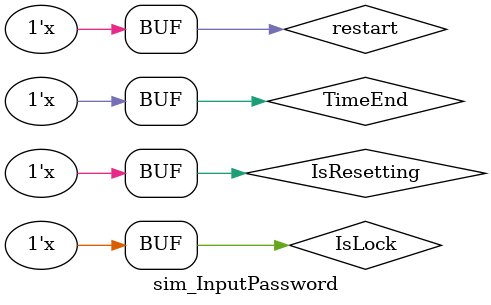
<source format=v>
`timescale 1ns / 1ps

module sim_InputPassword( );
reg IsLock, TimeEnd, IsResetting, restart;
reg [7:0]password;
reg [7:0]temp_password;
wire a,b,c,d;
wire [31:0]my_password;
initial begin
    IsLock = 0;
    TimeEnd = 0;
    IsResetting = 0;
    restart = 0;
    password = 8'b00000000;
    temp_password = 8'b10000000;
end
always #1 begin
    if (password == 0) password = temp_password;
    else password = 0;
end
always #2 begin
    if (temp_password == 8'b00000001)
        temp_password = 8'b10000000;
    else temp_password = password >> 1;
end
always #16 restart = ~restart;
always #32 IsResetting = ~IsResetting;
always #64 TimeEnd = ~TimeEnd;
always #128 IsLock = ~IsLock;
Input_Password ip(IsLock, TimeEnd, IsResetting,restart, 
                    password,{a,b,c,d},my_password);
endmodule

</source>
